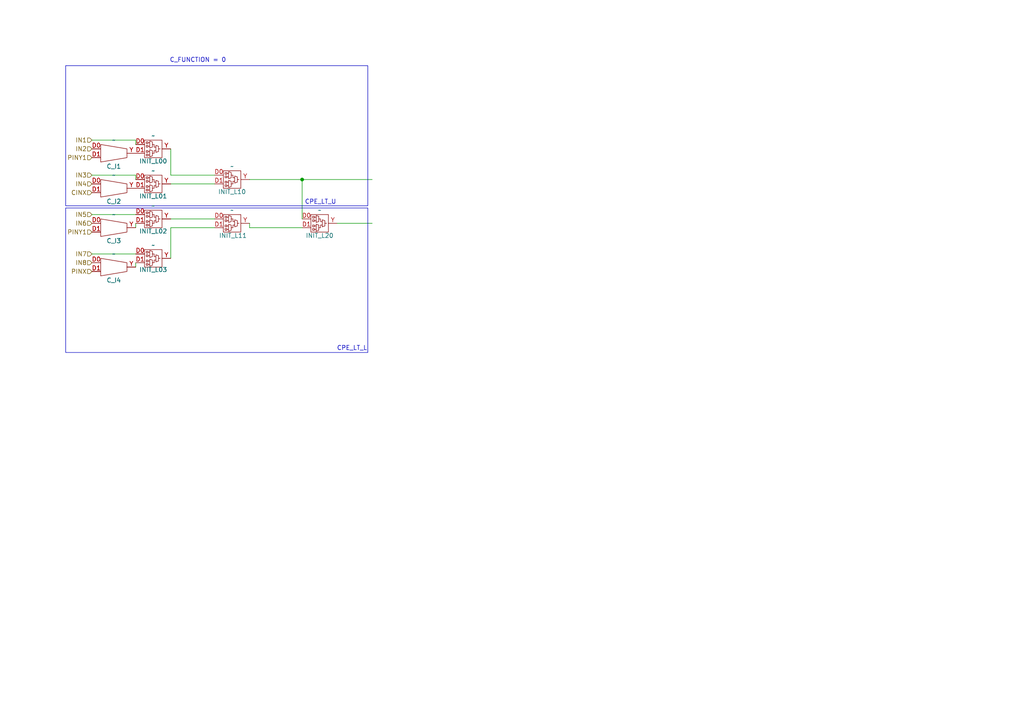
<source format=kicad_sch>
(kicad_sch
	(version 20250114)
	(generator "eeschema")
	(generator_version "9.0")
	(uuid "83e7b33c-0213-4235-a9b9-80663ccf0ac8")
	(paper "A4")
	(lib_symbols
		(symbol "peppercorn:LUT2"
			(exclude_from_sim no)
			(in_bom yes)
			(on_board yes)
			(property "Reference" "L"
				(at 0 3.556 0)
				(effects
					(font
						(size 1.27 1.27)
					)
				)
			)
			(property "Value" ""
				(at 0 0 0)
				(effects
					(font
						(size 1.27 1.27)
					)
				)
			)
			(property "Footprint" ""
				(at 0 0 0)
				(effects
					(font
						(size 1.27 1.27)
					)
					(hide yes)
				)
			)
			(property "Datasheet" ""
				(at 0 0 0)
				(effects
					(font
						(size 1.27 1.27)
					)
					(hide yes)
				)
			)
			(property "Description" ""
				(at 0 0 0)
				(effects
					(font
						(size 1.27 1.27)
					)
					(hide yes)
				)
			)
			(symbol "LUT2_0_1"
				(rectangle
					(start -2.54 2.54)
					(end 2.54 -2.54)
					(stroke
						(width 0)
						(type default)
					)
					(fill
						(type none)
					)
				)
				(rectangle
					(start -2.032 2.032)
					(end -1.524 1.524)
					(stroke
						(width 0)
						(type default)
					)
					(fill
						(type none)
					)
				)
				(rectangle
					(start -2.032 1.016)
					(end -1.524 0.508)
					(stroke
						(width 0)
						(type default)
					)
					(fill
						(type none)
					)
				)
				(rectangle
					(start -2.032 -0.508)
					(end -1.524 -1.016)
					(stroke
						(width 0)
						(type default)
					)
					(fill
						(type none)
					)
				)
				(rectangle
					(start -2.032 -1.524)
					(end -1.524 -2.032)
					(stroke
						(width 0)
						(type default)
					)
					(fill
						(type none)
					)
				)
				(polyline
					(pts
						(xy -1.524 1.778) (xy -1.016 1.778)
					)
					(stroke
						(width 0)
						(type default)
					)
					(fill
						(type none)
					)
				)
				(polyline
					(pts
						(xy -1.524 0.762) (xy -1.016 0.762)
					)
					(stroke
						(width 0)
						(type default)
					)
					(fill
						(type none)
					)
				)
				(polyline
					(pts
						(xy -1.524 -0.762) (xy -1.016 -0.762)
					)
					(stroke
						(width 0)
						(type default)
					)
					(fill
						(type none)
					)
				)
				(polyline
					(pts
						(xy -1.524 -1.778) (xy -1.016 -1.778)
					)
					(stroke
						(width 0)
						(type default)
					)
					(fill
						(type none)
					)
				)
				(polyline
					(pts
						(xy -1.016 0.254) (xy -1.016 2.286) (xy -0.254 2.032) (xy -0.254 0.508) (xy -1.016 0.254)
					)
					(stroke
						(width 0)
						(type default)
					)
					(fill
						(type none)
					)
				)
				(polyline
					(pts
						(xy -1.016 -0.254) (xy -1.016 -2.286) (xy -0.254 -2.032) (xy -0.254 -0.508) (xy -1.016 -0.254)
					)
					(stroke
						(width 0)
						(type default)
					)
					(fill
						(type none)
					)
				)
				(polyline
					(pts
						(xy -0.254 1.27) (xy 0.254 1.27) (xy 0.254 0.508) (xy 0.762 0.508)
					)
					(stroke
						(width 0)
						(type default)
					)
					(fill
						(type none)
					)
				)
				(polyline
					(pts
						(xy -0.254 -1.27) (xy 0.254 -1.27) (xy 0.254 -0.508) (xy 0.762 -0.508)
					)
					(stroke
						(width 0)
						(type default)
					)
					(fill
						(type none)
					)
				)
				(polyline
					(pts
						(xy 0.762 -1.016) (xy 0.762 1.016) (xy 1.524 0.762) (xy 1.524 -0.762) (xy 0.762 -1.016)
					)
					(stroke
						(width 0)
						(type default)
					)
					(fill
						(type none)
					)
				)
				(polyline
					(pts
						(xy 1.524 0) (xy 2.032 0)
					)
					(stroke
						(width 0)
						(type default)
					)
					(fill
						(type none)
					)
				)
			)
			(symbol "LUT2_1_1"
				(pin input line
					(at -5.08 1.27 0)
					(length 2.54)
					(name ""
						(effects
							(font
								(size 1.27 1.27)
							)
						)
					)
					(number "D0"
						(effects
							(font
								(size 1.27 1.27)
							)
						)
					)
				)
				(pin input line
					(at -5.08 -1.27 0)
					(length 2.54)
					(name ""
						(effects
							(font
								(size 1.27 1.27)
							)
						)
					)
					(number "D1"
						(effects
							(font
								(size 1.27 1.27)
							)
						)
					)
				)
				(pin output line
					(at 5.08 0 180)
					(length 2.54)
					(name ""
						(effects
							(font
								(size 1.27 1.27)
							)
						)
					)
					(number "Y"
						(effects
							(font
								(size 1.27 1.27)
							)
						)
					)
				)
			)
			(embedded_fonts no)
		)
		(symbol "peppercorn:MUX2B"
			(exclude_from_sim no)
			(in_bom yes)
			(on_board yes)
			(property "Reference" "C"
				(at 0 -3.81 0)
				(effects
					(font
						(size 1.27 1.27)
					)
				)
			)
			(property "Value" ""
				(at 0 0 0)
				(effects
					(font
						(size 1.27 1.27)
					)
				)
			)
			(property "Footprint" ""
				(at 0 0 0)
				(effects
					(font
						(size 1.27 1.27)
					)
					(hide yes)
				)
			)
			(property "Datasheet" ""
				(at 0 0 0)
				(effects
					(font
						(size 1.27 1.27)
					)
					(hide yes)
				)
			)
			(property "Description" ""
				(at 0 0 0)
				(effects
					(font
						(size 1.27 1.27)
					)
					(hide yes)
				)
			)
			(symbol "MUX2B_0_1"
				(polyline
					(pts
						(xy -3.81 -2.54) (xy -3.81 2.54) (xy 3.81 1.27) (xy 3.81 -1.27) (xy -3.81 -2.54)
					)
					(stroke
						(width 0)
						(type default)
					)
					(fill
						(type none)
					)
				)
			)
			(symbol "MUX2B_1_1"
				(pin input line
					(at -6.35 1.27 0)
					(length 2.54)
					(name ""
						(effects
							(font
								(size 1.27 1.27)
							)
						)
					)
					(number "D0"
						(effects
							(font
								(size 1.27 1.27)
							)
						)
					)
				)
				(pin input line
					(at -6.35 -1.27 0)
					(length 2.54)
					(name ""
						(effects
							(font
								(size 1.27 1.27)
							)
						)
					)
					(number "D1"
						(effects
							(font
								(size 1.27 1.27)
							)
						)
					)
				)
				(pin output line
					(at 6.35 0 180)
					(length 2.54)
					(name ""
						(effects
							(font
								(size 1.27 1.27)
							)
						)
					)
					(number "Y"
						(effects
							(font
								(size 1.27 1.27)
							)
						)
					)
				)
			)
			(embedded_fonts no)
		)
	)
	(rectangle
		(start 19.05 19.05)
		(end 106.68 59.69)
		(stroke
			(width 0)
			(type default)
		)
		(fill
			(type none)
		)
		(uuid 66a6c14d-b180-473b-9e71-3f9d9e7fbe88)
	)
	(rectangle
		(start 19.05 60.325)
		(end 106.68 102.235)
		(stroke
			(width 0)
			(type default)
		)
		(fill
			(type none)
		)
		(uuid b0cbb5bc-5937-456e-8c40-efca9fb96ae3)
	)
	(text "C_FUNCTION = 0"
		(exclude_from_sim no)
		(at 57.404 17.526 0)
		(effects
			(font
				(size 1.27 1.27)
			)
		)
		(uuid "05c46b2f-b891-4f0d-95fc-54b34af9e19a")
	)
	(text "CPE_LT_U"
		(exclude_from_sim no)
		(at 92.964 58.674 0)
		(effects
			(font
				(size 1.27 1.27)
			)
		)
		(uuid "b94a622b-7683-4e1d-a7bc-a58bfb2db10a")
	)
	(text "CPE_LT_L"
		(exclude_from_sim no)
		(at 102.108 101.092 0)
		(effects
			(font
				(size 1.27 1.27)
			)
		)
		(uuid "fac74613-cf98-4daa-8f07-b2647e5d2e06")
	)
	(junction
		(at 87.63 52.07)
		(diameter 0)
		(color 0 0 0 0)
		(uuid "b0af2529-642d-42b2-b40d-4b86a5e6b146")
	)
	(wire
		(pts
			(xy 87.63 52.07) (xy 87.63 63.5)
		)
		(stroke
			(width 0)
			(type default)
		)
		(uuid "150dd3bf-4384-433c-bdcd-d0a78a89fd3e")
	)
	(wire
		(pts
			(xy 39.37 64.77) (xy 39.37 66.04)
		)
		(stroke
			(width 0)
			(type default)
		)
		(uuid "1ad34adc-a5be-41a6-9d85-465f9c09def2")
	)
	(wire
		(pts
			(xy 26.67 40.64) (xy 39.37 40.64)
		)
		(stroke
			(width 0)
			(type default)
		)
		(uuid "20dcb14d-795d-467a-ad1c-d87fcb390113")
	)
	(wire
		(pts
			(xy 72.39 52.07) (xy 87.63 52.07)
		)
		(stroke
			(width 0)
			(type default)
		)
		(uuid "52f27ae7-0cda-4a15-b87a-ba953099395c")
	)
	(wire
		(pts
			(xy 49.53 63.5) (xy 62.23 63.5)
		)
		(stroke
			(width 0)
			(type default)
		)
		(uuid "62a6d5b2-65ca-4bb2-a7ef-cece772cc8d8")
	)
	(wire
		(pts
			(xy 97.79 64.77) (xy 107.95 64.77)
		)
		(stroke
			(width 0)
			(type default)
		)
		(uuid "65f9d944-9b40-483d-a075-2a81d888d626")
	)
	(wire
		(pts
			(xy 26.67 73.66) (xy 39.37 73.66)
		)
		(stroke
			(width 0)
			(type default)
		)
		(uuid "6a990a80-ac2d-41ff-b1b6-bdcfa48401c1")
	)
	(wire
		(pts
			(xy 26.67 62.23) (xy 39.37 62.23)
		)
		(stroke
			(width 0)
			(type default)
		)
		(uuid "719c1de2-3ea9-436b-8735-0481859a3de7")
	)
	(wire
		(pts
			(xy 49.53 66.04) (xy 62.23 66.04)
		)
		(stroke
			(width 0)
			(type default)
		)
		(uuid "721fe4c2-ac12-4d94-8eee-8b0574019094")
	)
	(wire
		(pts
			(xy 49.53 74.93) (xy 49.53 66.04)
		)
		(stroke
			(width 0)
			(type default)
		)
		(uuid "7d79e003-91c9-47b8-a650-b0227a18a5c4")
	)
	(wire
		(pts
			(xy 49.53 53.34) (xy 62.23 53.34)
		)
		(stroke
			(width 0)
			(type default)
		)
		(uuid "a4f9f52f-22f3-415e-809d-96f538c47109")
	)
	(wire
		(pts
			(xy 87.63 52.07) (xy 107.95 52.07)
		)
		(stroke
			(width 0)
			(type default)
		)
		(uuid "a860fbdf-f176-4233-873e-01e8f689423e")
	)
	(wire
		(pts
			(xy 49.53 50.8) (xy 49.53 43.18)
		)
		(stroke
			(width 0)
			(type default)
		)
		(uuid "a9906288-aa60-46a9-9796-69ba121e4798")
	)
	(wire
		(pts
			(xy 39.37 40.64) (xy 39.37 41.91)
		)
		(stroke
			(width 0)
			(type default)
		)
		(uuid "c56c07ec-a552-4612-8a34-8b32ce8e9be3")
	)
	(wire
		(pts
			(xy 49.53 50.8) (xy 62.23 50.8)
		)
		(stroke
			(width 0)
			(type default)
		)
		(uuid "c6a18c9b-e604-48dd-8438-21bc514c47d0")
	)
	(wire
		(pts
			(xy 26.67 50.8) (xy 39.37 50.8)
		)
		(stroke
			(width 0)
			(type default)
		)
		(uuid "cc30ef90-9330-4517-9a19-49534b7e8adb")
	)
	(wire
		(pts
			(xy 72.39 66.04) (xy 72.39 64.77)
		)
		(stroke
			(width 0)
			(type default)
		)
		(uuid "cd7dd200-fa10-4e3d-a329-3c93510b83cd")
	)
	(wire
		(pts
			(xy 39.37 76.2) (xy 39.37 77.47)
		)
		(stroke
			(width 0)
			(type default)
		)
		(uuid "e18100ac-9b9c-4c0a-8b25-05901d800a3e")
	)
	(wire
		(pts
			(xy 87.63 66.04) (xy 72.39 66.04)
		)
		(stroke
			(width 0)
			(type default)
		)
		(uuid "f2451256-dc39-4ee4-9545-a02bcec16188")
	)
	(wire
		(pts
			(xy 39.37 50.8) (xy 39.37 52.07)
		)
		(stroke
			(width 0)
			(type default)
		)
		(uuid "febcf5a4-f31c-450a-b8db-bfff1befaf01")
	)
	(hierarchical_label "IN7"
		(shape input)
		(at 26.67 73.66 180)
		(effects
			(font
				(size 1.27 1.27)
			)
			(justify right)
		)
		(uuid "0260a36b-64c6-4e9b-926c-073caf196e80")
	)
	(hierarchical_label "IN1"
		(shape input)
		(at 26.67 40.64 180)
		(effects
			(font
				(size 1.27 1.27)
			)
			(justify right)
		)
		(uuid "2f9c4925-18fa-476c-b9ca-654e60bb85a7")
	)
	(hierarchical_label "IN5"
		(shape input)
		(at 26.67 62.23 180)
		(effects
			(font
				(size 1.27 1.27)
			)
			(justify right)
		)
		(uuid "35f2cafd-2bfc-45be-9254-9a87ed8f84c8")
	)
	(hierarchical_label "CINX"
		(shape input)
		(at 26.67 55.88 180)
		(effects
			(font
				(size 1.27 1.27)
			)
			(justify right)
		)
		(uuid "4178a280-9e10-4260-9fcf-e346a4b32f5d")
	)
	(hierarchical_label "IN8"
		(shape input)
		(at 26.67 76.2 180)
		(effects
			(font
				(size 1.27 1.27)
			)
			(justify right)
		)
		(uuid "69274ded-a5eb-44bc-9ec1-b798cbff72e0")
	)
	(hierarchical_label "IN2"
		(shape input)
		(at 26.67 43.18 180)
		(effects
			(font
				(size 1.27 1.27)
			)
			(justify right)
		)
		(uuid "8059a551-db0b-42dd-8464-71fc3239e1eb")
	)
	(hierarchical_label "IN4"
		(shape input)
		(at 26.67 53.34 180)
		(effects
			(font
				(size 1.27 1.27)
			)
			(justify right)
		)
		(uuid "81b4fc46-77b2-4a47-9c1f-5f5ac1c6cd2d")
	)
	(hierarchical_label "IN6"
		(shape input)
		(at 26.67 64.77 180)
		(effects
			(font
				(size 1.27 1.27)
			)
			(justify right)
		)
		(uuid "8b419f47-d790-447a-a71e-a748aac98524")
	)
	(hierarchical_label "PINY1"
		(shape input)
		(at 26.67 67.31 180)
		(effects
			(font
				(size 1.27 1.27)
			)
			(justify right)
		)
		(uuid "a5a657bd-65f8-42cc-a190-fb7a3899add6")
	)
	(hierarchical_label "PINX"
		(shape input)
		(at 26.67 78.74 180)
		(effects
			(font
				(size 1.27 1.27)
			)
			(justify right)
		)
		(uuid "c55d4262-d745-4350-998c-0b2344cc36eb")
	)
	(hierarchical_label "PINY1"
		(shape input)
		(at 26.67 45.72 180)
		(effects
			(font
				(size 1.27 1.27)
			)
			(justify right)
		)
		(uuid "dd3b3294-cc52-428c-b1c1-4a717e4f2c8c")
	)
	(hierarchical_label "IN3"
		(shape input)
		(at 26.67 50.8 180)
		(effects
			(font
				(size 1.27 1.27)
			)
			(justify right)
		)
		(uuid "ea56347c-1f9e-4faa-8c1c-47814411d440")
	)
	(symbol
		(lib_id "peppercorn:LUT2")
		(at 44.45 53.34 0)
		(unit 1)
		(exclude_from_sim no)
		(in_bom yes)
		(on_board yes)
		(dnp no)
		(uuid "163d3e84-c99d-4334-b9ef-dd15caa2bd23")
		(property "Reference" "INIT_L01"
			(at 44.45 56.896 0)
			(effects
				(font
					(size 1.27 1.27)
				)
			)
		)
		(property "Value" "~"
			(at 44.45 49.53 0)
			(effects
				(font
					(size 1.27 1.27)
				)
			)
		)
		(property "Footprint" ""
			(at 44.45 53.34 0)
			(effects
				(font
					(size 1.27 1.27)
				)
				(hide yes)
			)
		)
		(property "Datasheet" ""
			(at 44.45 53.34 0)
			(effects
				(font
					(size 1.27 1.27)
				)
				(hide yes)
			)
		)
		(property "Description" ""
			(at 44.45 53.34 0)
			(effects
				(font
					(size 1.27 1.27)
				)
				(hide yes)
			)
		)
		(pin "Y"
			(uuid "802220e6-d5ec-4ed3-bb8d-1395ef7e4550")
		)
		(pin "D1"
			(uuid "058436c8-68ed-4f56-89c2-b40b365702a8")
		)
		(pin "D0"
			(uuid "3d5ff678-85aa-4be4-b03f-08c408790001")
		)
		(instances
			(project "prjpeppercorn"
				(path "/5a7723f7-3f6f-437e-b958-e402b06d3f54/cb769740-e0a9-4f3d-b622-ba158089ec4b/72ce5b8e-65cd-4ef4-93c6-ada8bc7993bf"
					(reference "INIT_L01")
					(unit 1)
				)
			)
		)
	)
	(symbol
		(lib_id "peppercorn:MUX2B")
		(at 33.02 66.04 0)
		(unit 1)
		(exclude_from_sim no)
		(in_bom yes)
		(on_board yes)
		(dnp no)
		(uuid "21aea4b8-5426-4c86-afaa-bca8ca9786c4")
		(property "Reference" "C_I3"
			(at 33.02 69.85 0)
			(effects
				(font
					(size 1.27 1.27)
				)
			)
		)
		(property "Value" "~"
			(at 33.02 62.23 0)
			(effects
				(font
					(size 1.27 1.27)
				)
			)
		)
		(property "Footprint" ""
			(at 33.02 66.04 0)
			(effects
				(font
					(size 1.27 1.27)
				)
				(hide yes)
			)
		)
		(property "Datasheet" ""
			(at 33.02 66.04 0)
			(effects
				(font
					(size 1.27 1.27)
				)
				(hide yes)
			)
		)
		(property "Description" ""
			(at 33.02 66.04 0)
			(effects
				(font
					(size 1.27 1.27)
				)
				(hide yes)
			)
		)
		(pin "D1"
			(uuid "1d517529-d571-49b9-a2c2-b8b74f855d0c")
		)
		(pin "D0"
			(uuid "7b871065-3663-445b-bcfd-4da243feb849")
		)
		(pin "Y"
			(uuid "9723cc58-192e-4b4a-a5ce-224e1d4cd691")
		)
		(instances
			(project "prjpeppercorn"
				(path "/5a7723f7-3f6f-437e-b958-e402b06d3f54/cb769740-e0a9-4f3d-b622-ba158089ec4b/72ce5b8e-65cd-4ef4-93c6-ada8bc7993bf"
					(reference "C_I3")
					(unit 1)
				)
			)
		)
	)
	(symbol
		(lib_id "peppercorn:MUX2B")
		(at 33.02 77.47 0)
		(unit 1)
		(exclude_from_sim no)
		(in_bom yes)
		(on_board yes)
		(dnp no)
		(uuid "26c69575-f0f7-4ba0-b786-b45cab2885db")
		(property "Reference" "C_I4"
			(at 33.02 81.28 0)
			(effects
				(font
					(size 1.27 1.27)
				)
			)
		)
		(property "Value" "~"
			(at 33.02 73.66 0)
			(effects
				(font
					(size 1.27 1.27)
				)
			)
		)
		(property "Footprint" ""
			(at 33.02 77.47 0)
			(effects
				(font
					(size 1.27 1.27)
				)
				(hide yes)
			)
		)
		(property "Datasheet" ""
			(at 33.02 77.47 0)
			(effects
				(font
					(size 1.27 1.27)
				)
				(hide yes)
			)
		)
		(property "Description" ""
			(at 33.02 77.47 0)
			(effects
				(font
					(size 1.27 1.27)
				)
				(hide yes)
			)
		)
		(pin "D1"
			(uuid "2ae00690-111e-45c6-a05b-35e581b720ee")
		)
		(pin "D0"
			(uuid "15a782ef-4a0d-4d86-96ba-99a140573f13")
		)
		(pin "Y"
			(uuid "f0a18ece-9e92-40a4-a920-3684dc700a68")
		)
		(instances
			(project "prjpeppercorn"
				(path "/5a7723f7-3f6f-437e-b958-e402b06d3f54/cb769740-e0a9-4f3d-b622-ba158089ec4b/72ce5b8e-65cd-4ef4-93c6-ada8bc7993bf"
					(reference "C_I4")
					(unit 1)
				)
			)
		)
	)
	(symbol
		(lib_id "peppercorn:MUX2B")
		(at 33.02 44.45 0)
		(unit 1)
		(exclude_from_sim no)
		(in_bom yes)
		(on_board yes)
		(dnp no)
		(uuid "54ba96fe-e992-45b2-aa44-96ae06fff6ac")
		(property "Reference" "C_I1"
			(at 33.02 48.26 0)
			(effects
				(font
					(size 1.27 1.27)
				)
			)
		)
		(property "Value" "~"
			(at 33.02 40.64 0)
			(effects
				(font
					(size 1.27 1.27)
				)
			)
		)
		(property "Footprint" ""
			(at 33.02 44.45 0)
			(effects
				(font
					(size 1.27 1.27)
				)
				(hide yes)
			)
		)
		(property "Datasheet" ""
			(at 33.02 44.45 0)
			(effects
				(font
					(size 1.27 1.27)
				)
				(hide yes)
			)
		)
		(property "Description" ""
			(at 33.02 44.45 0)
			(effects
				(font
					(size 1.27 1.27)
				)
				(hide yes)
			)
		)
		(pin "D1"
			(uuid "c45ff5fb-8d68-4831-b78a-057a1711b08e")
		)
		(pin "D0"
			(uuid "e484a75c-7ba3-4747-949d-5a6621e28f8d")
		)
		(pin "Y"
			(uuid "c6b5d265-5c97-470f-a78f-c504819cad62")
		)
		(instances
			(project "prjpeppercorn"
				(path "/5a7723f7-3f6f-437e-b958-e402b06d3f54/cb769740-e0a9-4f3d-b622-ba158089ec4b/72ce5b8e-65cd-4ef4-93c6-ada8bc7993bf"
					(reference "C_I1")
					(unit 1)
				)
			)
		)
	)
	(symbol
		(lib_id "peppercorn:LUT2")
		(at 67.31 64.77 0)
		(unit 1)
		(exclude_from_sim no)
		(in_bom yes)
		(on_board yes)
		(dnp no)
		(uuid "563d15a2-b772-467c-8a17-78d51ef3dc97")
		(property "Reference" "INIT_L11"
			(at 67.564 68.326 0)
			(effects
				(font
					(size 1.27 1.27)
				)
			)
		)
		(property "Value" "~"
			(at 67.31 60.96 0)
			(effects
				(font
					(size 1.27 1.27)
				)
			)
		)
		(property "Footprint" ""
			(at 67.31 64.77 0)
			(effects
				(font
					(size 1.27 1.27)
				)
				(hide yes)
			)
		)
		(property "Datasheet" ""
			(at 67.31 64.77 0)
			(effects
				(font
					(size 1.27 1.27)
				)
				(hide yes)
			)
		)
		(property "Description" ""
			(at 67.31 64.77 0)
			(effects
				(font
					(size 1.27 1.27)
				)
				(hide yes)
			)
		)
		(pin "Y"
			(uuid "411436bd-2f0c-438e-921b-bca93e598aa6")
		)
		(pin "D1"
			(uuid "7b800169-b594-4ee4-94a6-1e60350db4ea")
		)
		(pin "D0"
			(uuid "10f66dd5-ce40-4444-8dc5-d4908dfe6dba")
		)
		(instances
			(project "prjpeppercorn"
				(path "/5a7723f7-3f6f-437e-b958-e402b06d3f54/cb769740-e0a9-4f3d-b622-ba158089ec4b/72ce5b8e-65cd-4ef4-93c6-ada8bc7993bf"
					(reference "INIT_L11")
					(unit 1)
				)
			)
		)
	)
	(symbol
		(lib_id "peppercorn:LUT2")
		(at 44.45 43.18 0)
		(unit 1)
		(exclude_from_sim no)
		(in_bom yes)
		(on_board yes)
		(dnp no)
		(uuid "5b54cda0-e935-43e8-9c4f-f72cf78bb378")
		(property "Reference" "INIT_L00"
			(at 44.45 46.736 0)
			(effects
				(font
					(size 1.27 1.27)
				)
			)
		)
		(property "Value" "~"
			(at 44.45 39.37 0)
			(effects
				(font
					(size 1.27 1.27)
				)
			)
		)
		(property "Footprint" ""
			(at 44.45 43.18 0)
			(effects
				(font
					(size 1.27 1.27)
				)
				(hide yes)
			)
		)
		(property "Datasheet" ""
			(at 44.45 43.18 0)
			(effects
				(font
					(size 1.27 1.27)
				)
				(hide yes)
			)
		)
		(property "Description" ""
			(at 44.45 43.18 0)
			(effects
				(font
					(size 1.27 1.27)
				)
				(hide yes)
			)
		)
		(pin "Y"
			(uuid "261a8a89-7c5c-465f-9cd8-ebfdc9d926e6")
		)
		(pin "D1"
			(uuid "b6524736-9995-43a4-afcf-45c09e6a8aaf")
		)
		(pin "D0"
			(uuid "1eefb394-731c-44d6-98dd-cdddca7c678c")
		)
		(instances
			(project "prjpeppercorn"
				(path "/5a7723f7-3f6f-437e-b958-e402b06d3f54/cb769740-e0a9-4f3d-b622-ba158089ec4b/72ce5b8e-65cd-4ef4-93c6-ada8bc7993bf"
					(reference "INIT_L00")
					(unit 1)
				)
			)
		)
	)
	(symbol
		(lib_id "peppercorn:LUT2")
		(at 44.45 74.93 0)
		(unit 1)
		(exclude_from_sim no)
		(in_bom yes)
		(on_board yes)
		(dnp no)
		(uuid "77a410a1-c6e5-4446-993f-e7f34964253c")
		(property "Reference" "INIT_L03"
			(at 44.45 78.232 0)
			(effects
				(font
					(size 1.27 1.27)
				)
			)
		)
		(property "Value" "~"
			(at 44.45 71.12 0)
			(effects
				(font
					(size 1.27 1.27)
				)
			)
		)
		(property "Footprint" ""
			(at 44.45 74.93 0)
			(effects
				(font
					(size 1.27 1.27)
				)
				(hide yes)
			)
		)
		(property "Datasheet" ""
			(at 44.45 74.93 0)
			(effects
				(font
					(size 1.27 1.27)
				)
				(hide yes)
			)
		)
		(property "Description" ""
			(at 44.45 74.93 0)
			(effects
				(font
					(size 1.27 1.27)
				)
				(hide yes)
			)
		)
		(pin "Y"
			(uuid "78986c45-63ff-4718-b809-29c6a52361ff")
		)
		(pin "D1"
			(uuid "7037214a-390a-41cc-abc6-9435eafdc300")
		)
		(pin "D0"
			(uuid "6a7516f4-0413-4b57-aca0-eafbadf7f0a7")
		)
		(instances
			(project "prjpeppercorn"
				(path "/5a7723f7-3f6f-437e-b958-e402b06d3f54/cb769740-e0a9-4f3d-b622-ba158089ec4b/72ce5b8e-65cd-4ef4-93c6-ada8bc7993bf"
					(reference "INIT_L03")
					(unit 1)
				)
			)
		)
	)
	(symbol
		(lib_id "peppercorn:LUT2")
		(at 44.45 63.5 0)
		(unit 1)
		(exclude_from_sim no)
		(in_bom yes)
		(on_board yes)
		(dnp no)
		(uuid "79bb3d8b-57a0-400a-ac5f-f9713a7d95e5")
		(property "Reference" "INIT_L02"
			(at 44.45 67.056 0)
			(effects
				(font
					(size 1.27 1.27)
				)
			)
		)
		(property "Value" "~"
			(at 44.45 59.69 0)
			(effects
				(font
					(size 1.27 1.27)
				)
			)
		)
		(property "Footprint" ""
			(at 44.45 63.5 0)
			(effects
				(font
					(size 1.27 1.27)
				)
				(hide yes)
			)
		)
		(property "Datasheet" ""
			(at 44.45 63.5 0)
			(effects
				(font
					(size 1.27 1.27)
				)
				(hide yes)
			)
		)
		(property "Description" ""
			(at 44.45 63.5 0)
			(effects
				(font
					(size 1.27 1.27)
				)
				(hide yes)
			)
		)
		(pin "Y"
			(uuid "635be0db-96f2-4cfd-9e12-41f3fd43babf")
		)
		(pin "D1"
			(uuid "b35c2d9f-cc33-4b99-8bed-6654a98c24de")
		)
		(pin "D0"
			(uuid "c7dfc3ad-d0fc-4dde-9add-2ebba406ba77")
		)
		(instances
			(project "prjpeppercorn"
				(path "/5a7723f7-3f6f-437e-b958-e402b06d3f54/cb769740-e0a9-4f3d-b622-ba158089ec4b/72ce5b8e-65cd-4ef4-93c6-ada8bc7993bf"
					(reference "INIT_L02")
					(unit 1)
				)
			)
		)
	)
	(symbol
		(lib_id "peppercorn:LUT2")
		(at 67.31 52.07 0)
		(unit 1)
		(exclude_from_sim no)
		(in_bom yes)
		(on_board yes)
		(dnp no)
		(uuid "a22ba8d6-3e14-49c1-be22-3b7269981966")
		(property "Reference" "INIT_L10"
			(at 67.31 55.626 0)
			(effects
				(font
					(size 1.27 1.27)
				)
			)
		)
		(property "Value" "~"
			(at 67.31 48.26 0)
			(effects
				(font
					(size 1.27 1.27)
				)
			)
		)
		(property "Footprint" ""
			(at 67.31 52.07 0)
			(effects
				(font
					(size 1.27 1.27)
				)
				(hide yes)
			)
		)
		(property "Datasheet" ""
			(at 67.31 52.07 0)
			(effects
				(font
					(size 1.27 1.27)
				)
				(hide yes)
			)
		)
		(property "Description" ""
			(at 67.31 52.07 0)
			(effects
				(font
					(size 1.27 1.27)
				)
				(hide yes)
			)
		)
		(pin "Y"
			(uuid "f863f81c-747f-4584-9ae6-cb3e90e3c46e")
		)
		(pin "D1"
			(uuid "f8c21112-a739-476c-a679-c1d2d27cbe33")
		)
		(pin "D0"
			(uuid "098d886a-d434-4144-8bc3-3e6cf7992c0a")
		)
		(instances
			(project "prjpeppercorn"
				(path "/5a7723f7-3f6f-437e-b958-e402b06d3f54/cb769740-e0a9-4f3d-b622-ba158089ec4b/72ce5b8e-65cd-4ef4-93c6-ada8bc7993bf"
					(reference "INIT_L10")
					(unit 1)
				)
			)
		)
	)
	(symbol
		(lib_id "peppercorn:MUX2B")
		(at 33.02 54.61 0)
		(unit 1)
		(exclude_from_sim no)
		(in_bom yes)
		(on_board yes)
		(dnp no)
		(uuid "bc126fba-2c72-4a1c-9c27-d42b5cbdebb9")
		(property "Reference" "C_I2"
			(at 33.02 58.42 0)
			(effects
				(font
					(size 1.27 1.27)
				)
			)
		)
		(property "Value" "~"
			(at 33.02 50.8 0)
			(effects
				(font
					(size 1.27 1.27)
				)
			)
		)
		(property "Footprint" ""
			(at 33.02 54.61 0)
			(effects
				(font
					(size 1.27 1.27)
				)
				(hide yes)
			)
		)
		(property "Datasheet" ""
			(at 33.02 54.61 0)
			(effects
				(font
					(size 1.27 1.27)
				)
				(hide yes)
			)
		)
		(property "Description" ""
			(at 33.02 54.61 0)
			(effects
				(font
					(size 1.27 1.27)
				)
				(hide yes)
			)
		)
		(pin "D1"
			(uuid "125b6408-d860-4b5e-9537-26aa6e2d5992")
		)
		(pin "D0"
			(uuid "a8b5cb09-809f-476e-9301-50d327a24d33")
		)
		(pin "Y"
			(uuid "78a5e904-8520-4875-bfb0-cd7c867fcee7")
		)
		(instances
			(project "prjpeppercorn"
				(path "/5a7723f7-3f6f-437e-b958-e402b06d3f54/cb769740-e0a9-4f3d-b622-ba158089ec4b/72ce5b8e-65cd-4ef4-93c6-ada8bc7993bf"
					(reference "C_I2")
					(unit 1)
				)
			)
		)
	)
	(symbol
		(lib_id "peppercorn:LUT2")
		(at 92.71 64.77 0)
		(unit 1)
		(exclude_from_sim no)
		(in_bom yes)
		(on_board yes)
		(dnp no)
		(uuid "d00aead6-6757-4ee5-9052-4ddbe71fbb84")
		(property "Reference" "INIT_L20"
			(at 92.71 68.326 0)
			(effects
				(font
					(size 1.27 1.27)
				)
			)
		)
		(property "Value" "~"
			(at 92.71 60.96 0)
			(effects
				(font
					(size 1.27 1.27)
				)
			)
		)
		(property "Footprint" ""
			(at 92.71 64.77 0)
			(effects
				(font
					(size 1.27 1.27)
				)
				(hide yes)
			)
		)
		(property "Datasheet" ""
			(at 92.71 64.77 0)
			(effects
				(font
					(size 1.27 1.27)
				)
				(hide yes)
			)
		)
		(property "Description" ""
			(at 92.71 64.77 0)
			(effects
				(font
					(size 1.27 1.27)
				)
				(hide yes)
			)
		)
		(pin "Y"
			(uuid "40298f73-4518-429d-8d5b-a369eddd87ab")
		)
		(pin "D1"
			(uuid "a57debd6-b764-4760-a776-32c2ea85711a")
		)
		(pin "D0"
			(uuid "281f36ac-59d6-4aba-a0e8-9bd87e150e14")
		)
		(instances
			(project "prjpeppercorn"
				(path "/5a7723f7-3f6f-437e-b958-e402b06d3f54/cb769740-e0a9-4f3d-b622-ba158089ec4b/72ce5b8e-65cd-4ef4-93c6-ada8bc7993bf"
					(reference "INIT_L20")
					(unit 1)
				)
			)
		)
	)
)

</source>
